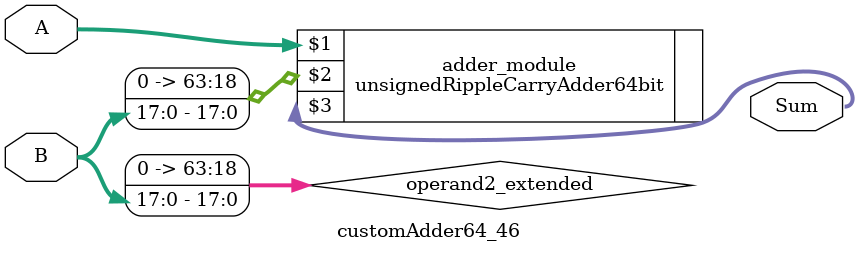
<source format=v>
module customAdder64_46(
                        input [63 : 0] A,
                        input [17 : 0] B,
                        
                        output [64 : 0] Sum
                );

        wire [63 : 0] operand2_extended;
        
        assign operand2_extended =  {46'b0, B};
        
        unsignedRippleCarryAdder64bit adder_module(
            A,
            operand2_extended,
            Sum
        );
        
        endmodule
        
</source>
